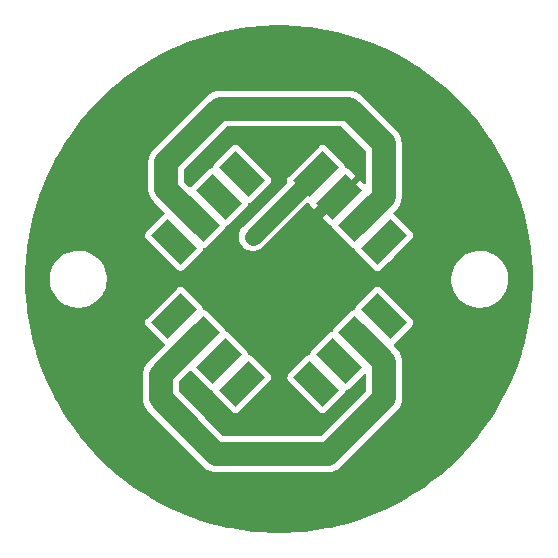
<source format=gbr>
%TF.GenerationSoftware,KiCad,Pcbnew,(6.0.4-0)*%
%TF.CreationDate,2022-06-29T22:03:18+02:00*%
%TF.ProjectId,GlowTower_LED_connector_PCB,476c6f77-546f-4776-9572-5f4c45445f63,rev?*%
%TF.SameCoordinates,Original*%
%TF.FileFunction,Copper,L2,Bot*%
%TF.FilePolarity,Positive*%
%FSLAX46Y46*%
G04 Gerber Fmt 4.6, Leading zero omitted, Abs format (unit mm)*
G04 Created by KiCad (PCBNEW (6.0.4-0)) date 2022-06-29 22:03:18*
%MOMM*%
%LPD*%
G01*
G04 APERTURE LIST*
G04 Aperture macros list*
%AMRotRect*
0 Rectangle, with rotation*
0 The origin of the aperture is its center*
0 $1 length*
0 $2 width*
0 $3 Rotation angle, in degrees counterclockwise*
0 Add horizontal line*
21,1,$1,$2,0,0,$3*%
G04 Aperture macros list end*
%TA.AperFunction,SMDPad,CuDef*%
%ADD10RotRect,2.000000X3.500000X225.000000*%
%TD*%
%TA.AperFunction,SMDPad,CuDef*%
%ADD11RotRect,2.000000X3.500000X315.000000*%
%TD*%
%TA.AperFunction,SMDPad,CuDef*%
%ADD12RotRect,2.000000X3.500000X45.000000*%
%TD*%
%TA.AperFunction,SMDPad,CuDef*%
%ADD13RotRect,2.000000X3.500000X135.000000*%
%TD*%
%TA.AperFunction,ViaPad*%
%ADD14C,0.800000*%
%TD*%
%TA.AperFunction,Conductor*%
%ADD15C,1.000000*%
%TD*%
%TA.AperFunction,Conductor*%
%ADD16C,1.400000*%
%TD*%
%TA.AperFunction,Conductor*%
%ADD17C,2.000000*%
%TD*%
G04 APERTURE END LIST*
D10*
%TO.P,U4,1,5V*%
%TO.N,unconnected-(U4-Pad1)*%
X110490880Y-75326225D03*
%TO.P,U4,2,Data*%
%TO.N,Net-(U4-Pad2)*%
X108582211Y-77234895D03*
%TO.P,U4,3,GND*%
%TO.N,unconnected-(U4-Pad3)*%
X106673542Y-79143564D03*
%TO.P,U4,4,BUTTON*%
%TO.N,unconnected-(U4-Pad4)*%
X104764871Y-81052235D03*
%TD*%
D11*
%TO.P,U1,1,5V*%
%TO.N,unconnected-(U1-Pad1)*%
X110476010Y-69026009D03*
%TO.P,U1,2,Data*%
%TO.N,Net-(U1-Pad2)*%
X108567339Y-67117338D03*
%TO.P,U1,3,GND*%
%TO.N,GND*%
X106658670Y-65208669D03*
%TO.P,U1,4,BUTTON*%
%TO.N,BUTTON*%
X104750000Y-63300000D03*
%TD*%
D12*
%TO.P,U3,1,5V*%
%TO.N,unconnected-(U3-Pad1)*%
X92732662Y-69017339D03*
%TO.P,U3,2,Data*%
%TO.N,Net-(U1-Pad2)*%
X94641331Y-67108669D03*
%TO.P,U3,3,GND*%
%TO.N,unconnected-(U3-Pad3)*%
X96550000Y-65200000D03*
%TO.P,U3,4,BUTTON*%
%TO.N,unconnected-(U3-Pad4)*%
X98458671Y-63291329D03*
%TD*%
D13*
%TO.P,U2,1,5V*%
%TO.N,unconnected-(U2-Pad1)*%
X92727765Y-75324871D03*
%TO.P,U2,2,Data*%
%TO.N,Net-(U4-Pad2)*%
X94636436Y-77233542D03*
%TO.P,U2,3,GND*%
%TO.N,unconnected-(U2-Pad3)*%
X96545105Y-79142211D03*
%TO.P,U2,4,BUTTON*%
%TO.N,unconnected-(U2-Pad4)*%
X98453775Y-81050880D03*
%TD*%
D14*
%TO.N,BUTTON*%
X99410000Y-68580000D03*
%TO.N,GND*%
X99240000Y-72350000D03*
%TD*%
D15*
%TO.N,BUTTON*%
X104350000Y-63700000D02*
X104290000Y-63700000D01*
D16*
X104290000Y-63700000D02*
X99410000Y-68580000D01*
D15*
%TO.N,GND*%
X106258670Y-65608669D02*
X105981331Y-65608669D01*
X105981331Y-65608669D02*
X99240000Y-72350000D01*
D17*
%TO.N,unconnected-(U1-Pad1)*%
X110076010Y-69426009D02*
X110076010Y-69473990D01*
%TO.N,Net-(U1-Pad2)*%
X95041331Y-67508669D02*
X92050000Y-64517338D01*
X92050000Y-62290000D02*
X96590000Y-57750000D01*
X92050000Y-64517338D02*
X92050000Y-62290000D01*
X110470000Y-60680000D02*
X110470000Y-65214677D01*
X96590000Y-57750000D02*
X107540000Y-57750000D01*
X110470000Y-65214677D02*
X108167339Y-67517338D01*
X107540000Y-57750000D02*
X110470000Y-60680000D01*
%TO.N,Net-(U4-Pad2)*%
X94150000Y-84840000D02*
X91600000Y-82290000D01*
X94150000Y-84880000D02*
X94150000Y-84840000D01*
X94150000Y-84880000D02*
X96280000Y-87010000D01*
X91600000Y-82290000D02*
X91600000Y-80269978D01*
X105760000Y-87010000D02*
X110510000Y-82260000D01*
X110510000Y-82260000D02*
X110510000Y-79162684D01*
X110510000Y-79162684D02*
X108182211Y-76834895D01*
X91600000Y-80269978D02*
X95036436Y-76833542D01*
X96280000Y-87010000D02*
X105760000Y-87010000D01*
%TD*%
%TA.AperFunction,Conductor*%
%TO.N,GND*%
G36*
X102052733Y-50701134D02*
G01*
X102946821Y-50738608D01*
X102952079Y-50738939D01*
X103184192Y-50758430D01*
X103843850Y-50813823D01*
X103849099Y-50814375D01*
X104218148Y-50860996D01*
X104736919Y-50926533D01*
X104742123Y-50927301D01*
X105624506Y-51076545D01*
X105629679Y-51077531D01*
X105986389Y-51153352D01*
X106505042Y-51263595D01*
X106510180Y-51264801D01*
X107376929Y-51487345D01*
X107382012Y-51488764D01*
X108238717Y-51747418D01*
X108243736Y-51749049D01*
X108770237Y-51932396D01*
X109088839Y-52043344D01*
X109093763Y-52045175D01*
X109576543Y-52236321D01*
X109925836Y-52374616D01*
X109930701Y-52376661D01*
X110748226Y-52740646D01*
X110753001Y-52742893D01*
X111554561Y-53140792D01*
X111559238Y-53143237D01*
X112343447Y-53574359D01*
X112348017Y-53576998D01*
X113113478Y-54040577D01*
X113117911Y-54043391D01*
X113436684Y-54255183D01*
X113863289Y-54538619D01*
X113867623Y-54541631D01*
X114591606Y-55067635D01*
X114595810Y-55070826D01*
X115297134Y-55626689D01*
X115301198Y-55630051D01*
X115978617Y-56214784D01*
X115982538Y-56218314D01*
X116016022Y-56249758D01*
X116634881Y-56830904D01*
X116638652Y-56834596D01*
X117264801Y-57473999D01*
X117268384Y-57477815D01*
X117867225Y-58142896D01*
X117870616Y-58146824D01*
X117917617Y-58203638D01*
X118441067Y-58836381D01*
X118444345Y-58840516D01*
X118985407Y-59553339D01*
X118988489Y-59557582D01*
X119494038Y-60284971D01*
X119499229Y-60292440D01*
X119502139Y-60296821D01*
X119542348Y-60360180D01*
X119981644Y-61052401D01*
X119984378Y-61056915D01*
X120431821Y-61831908D01*
X120434364Y-61836533D01*
X120848971Y-62629604D01*
X120851317Y-62634331D01*
X121232333Y-63444030D01*
X121234480Y-63448851D01*
X121581275Y-64273845D01*
X121583217Y-64278752D01*
X121698909Y-64589836D01*
X121875510Y-65064700D01*
X121895142Y-65117490D01*
X121896877Y-65122472D01*
X121903588Y-65143125D01*
X122173418Y-65973579D01*
X122174943Y-65978631D01*
X122415592Y-66840538D01*
X122416905Y-66845650D01*
X122621257Y-67716911D01*
X122622354Y-67722073D01*
X122790040Y-68601111D01*
X122790920Y-68606315D01*
X122921645Y-69491585D01*
X122922307Y-69496820D01*
X122953338Y-69792056D01*
X123015138Y-70380041D01*
X123015852Y-70386838D01*
X123016292Y-70392081D01*
X123037973Y-70736697D01*
X123072482Y-71285205D01*
X123072703Y-71290478D01*
X123091445Y-72185171D01*
X123091445Y-72190436D01*
X123083013Y-72592990D01*
X123072703Y-73085142D01*
X123072482Y-73090415D01*
X123066861Y-73179766D01*
X123033759Y-73705913D01*
X123016293Y-73983523D01*
X123015853Y-73988767D01*
X122965235Y-74470367D01*
X122922307Y-74878800D01*
X122921645Y-74884035D01*
X122790920Y-75769305D01*
X122790040Y-75774509D01*
X122622354Y-76653547D01*
X122621257Y-76658709D01*
X122416905Y-77529970D01*
X122415592Y-77535082D01*
X122174943Y-78396989D01*
X122173418Y-78402041D01*
X121896878Y-79253146D01*
X121895142Y-79258130D01*
X121583217Y-80096868D01*
X121581275Y-80101775D01*
X121234480Y-80926769D01*
X121232333Y-80931590D01*
X120851317Y-81741289D01*
X120848971Y-81746016D01*
X120434364Y-82539087D01*
X120431821Y-82543712D01*
X119984378Y-83318705D01*
X119981644Y-83323219D01*
X119863648Y-83509152D01*
X119559029Y-83989156D01*
X119502149Y-84078784D01*
X119499239Y-84083165D01*
X118988491Y-84818036D01*
X118985407Y-84822281D01*
X118531048Y-85420877D01*
X118444345Y-85535104D01*
X118441067Y-85539239D01*
X118207220Y-85821912D01*
X117870616Y-86228796D01*
X117867225Y-86232724D01*
X117268384Y-86897805D01*
X117264801Y-86901621D01*
X116638652Y-87541024D01*
X116634881Y-87544716D01*
X115982539Y-88157305D01*
X115978619Y-88160835D01*
X115564260Y-88518500D01*
X115301200Y-88745567D01*
X115297134Y-88748931D01*
X114595810Y-89304794D01*
X114591606Y-89307985D01*
X113867623Y-89833989D01*
X113863289Y-89837001D01*
X113117911Y-90332229D01*
X113113478Y-90335043D01*
X112552634Y-90674702D01*
X112348017Y-90798622D01*
X112343447Y-90801261D01*
X111559238Y-91232383D01*
X111554561Y-91234828D01*
X110753001Y-91632727D01*
X110748226Y-91634974D01*
X109930701Y-91998959D01*
X109925836Y-92001004D01*
X109093763Y-92330445D01*
X109088839Y-92332276D01*
X108770238Y-92443224D01*
X108243736Y-92626571D01*
X108238717Y-92628202D01*
X107382012Y-92886856D01*
X107376929Y-92888275D01*
X106510180Y-93110819D01*
X106505042Y-93112025D01*
X105986389Y-93222268D01*
X105629679Y-93298089D01*
X105624506Y-93299075D01*
X104742123Y-93448319D01*
X104736919Y-93449087D01*
X104218148Y-93514624D01*
X103849099Y-93561245D01*
X103843850Y-93561797D01*
X103184192Y-93617190D01*
X102952079Y-93636681D01*
X102946821Y-93637012D01*
X102160337Y-93669976D01*
X102052732Y-93674486D01*
X102047456Y-93674597D01*
X101152544Y-93674597D01*
X101147268Y-93674486D01*
X101039663Y-93669976D01*
X100253179Y-93637012D01*
X100247921Y-93636681D01*
X100015808Y-93617190D01*
X99356150Y-93561797D01*
X99350901Y-93561245D01*
X98981852Y-93514624D01*
X98463081Y-93449087D01*
X98457877Y-93448319D01*
X97575494Y-93299075D01*
X97570321Y-93298089D01*
X97213611Y-93222268D01*
X96694958Y-93112025D01*
X96689820Y-93110819D01*
X95823071Y-92888275D01*
X95817988Y-92886856D01*
X94961283Y-92628202D01*
X94956264Y-92626571D01*
X94429763Y-92443224D01*
X94111161Y-92332276D01*
X94106237Y-92330445D01*
X93274164Y-92001004D01*
X93269299Y-91998959D01*
X92451774Y-91634974D01*
X92446999Y-91632727D01*
X91645439Y-91234828D01*
X91640762Y-91232383D01*
X90856553Y-90801261D01*
X90851983Y-90798622D01*
X90647366Y-90674702D01*
X90086522Y-90335043D01*
X90082089Y-90332229D01*
X89336711Y-89837001D01*
X89332377Y-89833989D01*
X88608394Y-89307985D01*
X88604190Y-89304794D01*
X87902866Y-88748931D01*
X87898800Y-88745567D01*
X87635741Y-88518500D01*
X87221381Y-88160835D01*
X87217461Y-88157305D01*
X86565119Y-87544716D01*
X86561348Y-87541024D01*
X85935199Y-86901621D01*
X85931616Y-86897805D01*
X85332775Y-86232724D01*
X85329384Y-86228796D01*
X84992780Y-85821912D01*
X84758933Y-85539239D01*
X84755655Y-85535104D01*
X84668952Y-85420877D01*
X84214593Y-84822281D01*
X84211509Y-84818036D01*
X83700761Y-84083165D01*
X83697851Y-84078784D01*
X83640972Y-83989156D01*
X83336352Y-83509152D01*
X83218356Y-83323219D01*
X83215622Y-83318705D01*
X82768179Y-82543712D01*
X82765636Y-82539087D01*
X82351029Y-81746016D01*
X82348683Y-81741289D01*
X81967667Y-80931590D01*
X81965520Y-80926769D01*
X81700534Y-80296391D01*
X90086822Y-80296391D01*
X90088529Y-80313797D01*
X90090899Y-80337970D01*
X90091500Y-80350266D01*
X90091500Y-82265984D01*
X90091451Y-82269502D01*
X90088666Y-82369205D01*
X90096716Y-82429532D01*
X90099058Y-82447086D01*
X90099758Y-82453639D01*
X90106060Y-82531965D01*
X90113897Y-82563870D01*
X90116426Y-82577258D01*
X90120771Y-82609820D01*
X90122232Y-82614661D01*
X90122233Y-82614663D01*
X90143478Y-82685029D01*
X90145219Y-82691390D01*
X90163963Y-82767706D01*
X90165941Y-82772366D01*
X90176801Y-82797951D01*
X90181438Y-82810761D01*
X90190933Y-82842208D01*
X90193151Y-82846756D01*
X90193154Y-82846763D01*
X90225371Y-82912818D01*
X90228107Y-82918820D01*
X90258812Y-82991156D01*
X90274123Y-83015468D01*
X90276319Y-83018956D01*
X90282945Y-83030860D01*
X90297346Y-83060388D01*
X90329464Y-83105917D01*
X90342641Y-83124597D01*
X90346301Y-83130086D01*
X90358299Y-83149138D01*
X90388167Y-83196567D01*
X90391508Y-83200356D01*
X90391512Y-83200362D01*
X90409898Y-83221217D01*
X90418344Y-83231912D01*
X90437274Y-83258747D01*
X90439944Y-83261671D01*
X90449986Y-83272668D01*
X90456909Y-83280250D01*
X90496625Y-83319966D01*
X90502044Y-83325736D01*
X90545350Y-83374858D01*
X90545353Y-83374861D01*
X90548698Y-83378655D01*
X90552606Y-83381865D01*
X90552607Y-83381866D01*
X90580989Y-83405179D01*
X90590108Y-83413449D01*
X92885551Y-85708892D01*
X92903076Y-85730844D01*
X92938167Y-85786567D01*
X92941508Y-85790356D01*
X92941512Y-85790362D01*
X92959898Y-85811217D01*
X92968344Y-85821912D01*
X92987274Y-85848747D01*
X93006909Y-85870250D01*
X93046625Y-85909966D01*
X93052044Y-85915736D01*
X93095350Y-85964858D01*
X93095353Y-85964861D01*
X93098698Y-85968655D01*
X93102606Y-85971865D01*
X93102607Y-85971866D01*
X93130989Y-85995179D01*
X93140108Y-86003449D01*
X95196325Y-88059666D01*
X95198779Y-88062188D01*
X95242060Y-88107956D01*
X95267332Y-88134681D01*
X95299280Y-88159107D01*
X95329757Y-88182408D01*
X95334892Y-88186552D01*
X95394720Y-88237470D01*
X95399045Y-88240089D01*
X95399050Y-88240093D01*
X95422824Y-88254491D01*
X95434071Y-88262163D01*
X95460174Y-88282120D01*
X95521255Y-88314871D01*
X95529401Y-88319239D01*
X95535126Y-88322504D01*
X95602358Y-88363221D01*
X95632817Y-88375527D01*
X95645158Y-88381307D01*
X95674109Y-88396831D01*
X95678890Y-88398477D01*
X95678894Y-88398479D01*
X95748401Y-88422412D01*
X95754579Y-88424722D01*
X95768962Y-88430533D01*
X95827429Y-88454155D01*
X95832369Y-88455277D01*
X95832368Y-88455277D01*
X95859460Y-88461432D01*
X95872559Y-88465163D01*
X95903631Y-88475862D01*
X95981100Y-88489243D01*
X95987504Y-88490523D01*
X96064144Y-88507935D01*
X96096953Y-88509999D01*
X96110453Y-88511585D01*
X96142836Y-88517179D01*
X96146793Y-88517359D01*
X96146796Y-88517359D01*
X96170506Y-88518436D01*
X96170525Y-88518436D01*
X96171925Y-88518500D01*
X96228108Y-88518500D01*
X96236019Y-88518749D01*
X96306413Y-88523178D01*
X96347992Y-88519101D01*
X96360288Y-88518500D01*
X105735984Y-88518500D01*
X105739502Y-88518549D01*
X105834150Y-88521193D01*
X105834153Y-88521193D01*
X105839205Y-88521334D01*
X105917098Y-88510941D01*
X105923639Y-88510242D01*
X105952332Y-88507933D01*
X105996923Y-88504346D01*
X105996927Y-88504345D01*
X106001965Y-88503940D01*
X106033878Y-88496101D01*
X106047258Y-88493574D01*
X106079820Y-88489229D01*
X106084661Y-88487768D01*
X106084663Y-88487767D01*
X106155029Y-88466522D01*
X106161392Y-88464781D01*
X106175027Y-88461432D01*
X106237706Y-88446037D01*
X106267952Y-88433199D01*
X106280763Y-88428561D01*
X106307362Y-88420530D01*
X106312208Y-88419067D01*
X106316756Y-88416849D01*
X106316763Y-88416846D01*
X106382818Y-88384629D01*
X106388820Y-88381893D01*
X106438978Y-88360602D01*
X106461156Y-88351188D01*
X106488956Y-88333681D01*
X106500860Y-88327055D01*
X106530388Y-88312654D01*
X106594600Y-88267357D01*
X106600086Y-88263699D01*
X106662286Y-88224529D01*
X106662287Y-88224528D01*
X106666567Y-88221833D01*
X106670356Y-88218492D01*
X106670362Y-88218488D01*
X106691217Y-88200102D01*
X106701912Y-88191656D01*
X106715022Y-88182408D01*
X106728747Y-88172726D01*
X106750250Y-88153091D01*
X106789966Y-88113375D01*
X106795736Y-88107956D01*
X106844858Y-88064650D01*
X106844861Y-88064647D01*
X106848655Y-88061302D01*
X106851871Y-88057387D01*
X106875178Y-88029013D01*
X106883448Y-88019893D01*
X111559701Y-83343640D01*
X111562224Y-83341186D01*
X111631002Y-83276147D01*
X111634681Y-83272668D01*
X111682412Y-83210239D01*
X111686554Y-83205107D01*
X111734187Y-83149138D01*
X111734189Y-83149135D01*
X111737470Y-83145280D01*
X111740090Y-83140954D01*
X111740095Y-83140947D01*
X111754491Y-83117176D01*
X111762163Y-83105929D01*
X111782120Y-83079826D01*
X111819247Y-83010584D01*
X111822510Y-83004863D01*
X111860602Y-82941966D01*
X111860603Y-82941965D01*
X111863220Y-82937643D01*
X111875534Y-82907166D01*
X111881303Y-82894850D01*
X111896831Y-82865891D01*
X111922423Y-82791567D01*
X111924718Y-82785429D01*
X111952258Y-82717267D01*
X111952259Y-82717263D01*
X111954155Y-82712571D01*
X111961432Y-82680539D01*
X111965163Y-82667441D01*
X111975862Y-82636369D01*
X111989243Y-82558900D01*
X111990526Y-82552482D01*
X111993040Y-82541419D01*
X112007935Y-82475856D01*
X112009999Y-82443047D01*
X112011585Y-82429547D01*
X112017179Y-82397164D01*
X112018500Y-82368075D01*
X112018500Y-82311893D01*
X112018749Y-82303981D01*
X112022860Y-82238642D01*
X112023178Y-82233588D01*
X112019101Y-82192009D01*
X112018500Y-82179713D01*
X112018500Y-79186700D01*
X112018549Y-79183182D01*
X112021193Y-79088534D01*
X112021193Y-79088531D01*
X112021334Y-79083479D01*
X112010941Y-79005586D01*
X112010241Y-78999037D01*
X112004346Y-78925761D01*
X112004345Y-78925757D01*
X112003940Y-78920719D01*
X111996101Y-78888806D01*
X111993573Y-78875422D01*
X111989898Y-78847878D01*
X111989229Y-78842864D01*
X111966522Y-78767655D01*
X111964781Y-78761292D01*
X111953781Y-78716508D01*
X111946037Y-78684978D01*
X111943860Y-78679848D01*
X111940372Y-78671631D01*
X111933199Y-78654732D01*
X111928561Y-78641921D01*
X111920530Y-78615322D01*
X111919067Y-78610476D01*
X111916849Y-78605928D01*
X111916846Y-78605921D01*
X111884629Y-78539866D01*
X111881893Y-78533864D01*
X111853162Y-78466179D01*
X111851188Y-78461528D01*
X111833681Y-78433728D01*
X111827052Y-78421818D01*
X111812654Y-78392296D01*
X111767357Y-78328084D01*
X111763699Y-78322598D01*
X111724529Y-78260398D01*
X111724528Y-78260397D01*
X111721833Y-78256117D01*
X111718492Y-78252328D01*
X111718488Y-78252322D01*
X111700102Y-78231467D01*
X111691656Y-78220772D01*
X111675009Y-78197174D01*
X111672726Y-78193937D01*
X111653091Y-78172434D01*
X111613375Y-78132718D01*
X111607956Y-78126948D01*
X111564650Y-78077826D01*
X111564647Y-78077823D01*
X111561302Y-78074029D01*
X111529011Y-78047505D01*
X111519892Y-78039235D01*
X111334223Y-77853566D01*
X111300197Y-77791254D01*
X111305262Y-77720439D01*
X111342104Y-77669409D01*
X111341542Y-77668782D01*
X111344076Y-77666508D01*
X111346738Y-77664368D01*
X112829023Y-76182083D01*
X112842479Y-76165347D01*
X112863267Y-76139493D01*
X112863269Y-76139490D01*
X112868216Y-76133337D01*
X112928503Y-76000741D01*
X112929970Y-75990501D01*
X112947879Y-75865444D01*
X112949152Y-75856555D01*
X112937402Y-75774509D01*
X112929776Y-75721255D01*
X112929775Y-75721252D01*
X112928503Y-75712369D01*
X112868216Y-75579773D01*
X112863269Y-75573620D01*
X112863267Y-75573617D01*
X112831163Y-75533689D01*
X112829023Y-75531027D01*
X110286078Y-72988082D01*
X110269342Y-72974626D01*
X110243488Y-72953838D01*
X110243485Y-72953836D01*
X110237332Y-72948889D01*
X110104736Y-72888602D01*
X110095853Y-72887330D01*
X110095850Y-72887329D01*
X109969439Y-72869226D01*
X109960550Y-72867953D01*
X109951661Y-72869226D01*
X109825250Y-72887329D01*
X109825247Y-72887330D01*
X109816364Y-72888602D01*
X109683768Y-72948889D01*
X109677615Y-72953836D01*
X109677612Y-72953838D01*
X109651758Y-72974626D01*
X109635022Y-72988082D01*
X108152737Y-74470367D01*
X108150597Y-74473029D01*
X108118493Y-74512957D01*
X108118491Y-74512960D01*
X108113544Y-74519113D01*
X108053257Y-74651709D01*
X108051985Y-74660594D01*
X108051984Y-74660596D01*
X108048409Y-74685560D01*
X108018952Y-74750157D01*
X107959247Y-74788574D01*
X107941545Y-74792424D01*
X107916582Y-74795999D01*
X107916580Y-74796000D01*
X107907695Y-74797272D01*
X107775099Y-74857559D01*
X107768946Y-74862506D01*
X107768943Y-74862508D01*
X107748681Y-74878800D01*
X107726353Y-74896752D01*
X106244068Y-76379037D01*
X106241928Y-76381699D01*
X106209824Y-76421627D01*
X106209822Y-76421630D01*
X106204875Y-76427783D01*
X106144588Y-76560379D01*
X106143316Y-76569264D01*
X106143315Y-76569266D01*
X106139740Y-76594229D01*
X106110283Y-76658826D01*
X106050577Y-76697243D01*
X106032876Y-76701093D01*
X106007913Y-76704668D01*
X106007911Y-76704669D01*
X105999026Y-76705941D01*
X105866430Y-76766228D01*
X105860277Y-76771175D01*
X105860274Y-76771177D01*
X105834420Y-76791965D01*
X105817684Y-76805421D01*
X104335399Y-78287706D01*
X104333259Y-78290368D01*
X104301155Y-78330296D01*
X104301153Y-78330299D01*
X104296206Y-78336452D01*
X104235919Y-78469048D01*
X104234647Y-78477933D01*
X104231071Y-78502900D01*
X104201614Y-78567497D01*
X104141909Y-78605914D01*
X104124207Y-78609764D01*
X104090355Y-78614612D01*
X103957759Y-78674899D01*
X103951606Y-78679846D01*
X103951603Y-78679848D01*
X103945223Y-78684978D01*
X103909013Y-78714092D01*
X102426728Y-80196377D01*
X102424588Y-80199039D01*
X102392484Y-80238967D01*
X102392482Y-80238970D01*
X102387535Y-80245123D01*
X102384267Y-80252311D01*
X102345321Y-80337970D01*
X102327248Y-80377719D01*
X102306599Y-80521905D01*
X102327248Y-80666091D01*
X102387535Y-80798687D01*
X102392482Y-80804840D01*
X102392484Y-80804843D01*
X102413272Y-80830697D01*
X102426728Y-80847433D01*
X104969673Y-83390378D01*
X104972335Y-83392518D01*
X105012263Y-83424622D01*
X105012266Y-83424624D01*
X105018419Y-83429571D01*
X105151015Y-83489858D01*
X105159898Y-83491130D01*
X105159901Y-83491131D01*
X105286312Y-83509234D01*
X105295201Y-83510507D01*
X105304090Y-83509234D01*
X105430501Y-83491131D01*
X105430504Y-83491130D01*
X105439387Y-83489858D01*
X105571983Y-83429571D01*
X105578136Y-83424624D01*
X105578139Y-83424622D01*
X105618067Y-83392518D01*
X105620729Y-83390378D01*
X107103014Y-81908093D01*
X107116470Y-81891357D01*
X107137258Y-81865503D01*
X107137260Y-81865500D01*
X107142207Y-81859347D01*
X107202494Y-81726751D01*
X107207342Y-81692899D01*
X107236799Y-81628302D01*
X107296504Y-81589885D01*
X107314206Y-81586035D01*
X107348058Y-81581187D01*
X107480654Y-81520900D01*
X107486807Y-81515953D01*
X107486810Y-81515951D01*
X107526738Y-81483847D01*
X107529400Y-81481707D01*
X108786405Y-80224702D01*
X108848717Y-80190676D01*
X108919532Y-80195741D01*
X108976368Y-80238288D01*
X109001179Y-80304808D01*
X109001500Y-80313797D01*
X109001500Y-81582969D01*
X108981498Y-81651090D01*
X108964595Y-81672064D01*
X105172064Y-85464595D01*
X105109752Y-85498621D01*
X105082969Y-85501500D01*
X96957031Y-85501500D01*
X96888910Y-85481498D01*
X96867936Y-85464595D01*
X95414449Y-84011108D01*
X95396924Y-83989156D01*
X95364525Y-83937708D01*
X95361833Y-83933433D01*
X95358492Y-83929644D01*
X95358488Y-83929638D01*
X95340102Y-83908783D01*
X95331656Y-83898088D01*
X95315009Y-83874490D01*
X95312726Y-83871253D01*
X95293091Y-83849750D01*
X95253375Y-83810034D01*
X95247956Y-83804264D01*
X95204650Y-83755142D01*
X95204647Y-83755139D01*
X95201302Y-83751345D01*
X95169011Y-83724821D01*
X95159892Y-83716551D01*
X93145405Y-81702064D01*
X93111379Y-81639752D01*
X93108500Y-81612969D01*
X93108500Y-80947009D01*
X93128502Y-80878888D01*
X93145401Y-80857918D01*
X94017767Y-79985553D01*
X94080077Y-79951529D01*
X94150893Y-79956594D01*
X94201920Y-79993437D01*
X94202548Y-79992873D01*
X94204822Y-79995407D01*
X94206962Y-79998069D01*
X95689247Y-81480354D01*
X95705983Y-81493810D01*
X95731837Y-81514598D01*
X95731840Y-81514600D01*
X95737993Y-81519547D01*
X95870589Y-81579834D01*
X95879474Y-81581106D01*
X95879476Y-81581107D01*
X95904440Y-81584682D01*
X95969037Y-81614139D01*
X96007454Y-81673844D01*
X96011304Y-81691546D01*
X96012811Y-81702064D01*
X96016152Y-81725396D01*
X96076439Y-81857992D01*
X96081386Y-81864145D01*
X96081388Y-81864148D01*
X96102176Y-81890002D01*
X96115632Y-81906738D01*
X97597917Y-83389023D01*
X97600579Y-83391163D01*
X97640507Y-83423267D01*
X97640510Y-83423269D01*
X97646663Y-83428216D01*
X97779259Y-83488503D01*
X97788142Y-83489775D01*
X97788145Y-83489776D01*
X97914556Y-83507879D01*
X97923445Y-83509152D01*
X97932334Y-83507879D01*
X98058745Y-83489776D01*
X98058748Y-83489775D01*
X98067631Y-83488503D01*
X98200227Y-83428216D01*
X98206380Y-83423269D01*
X98206383Y-83423267D01*
X98246311Y-83391163D01*
X98248973Y-83389023D01*
X100791918Y-80846078D01*
X100805374Y-80829342D01*
X100826162Y-80803488D01*
X100826164Y-80803485D01*
X100831111Y-80797332D01*
X100891398Y-80664736D01*
X100912047Y-80520550D01*
X100891398Y-80376364D01*
X100831111Y-80243768D01*
X100826164Y-80237615D01*
X100826162Y-80237612D01*
X100805374Y-80211758D01*
X100791918Y-80195022D01*
X99309633Y-78712737D01*
X99275108Y-78684978D01*
X99267043Y-78678493D01*
X99267040Y-78678491D01*
X99260887Y-78673544D01*
X99128291Y-78613257D01*
X99119406Y-78611985D01*
X99119404Y-78611984D01*
X99094440Y-78608409D01*
X99029843Y-78578952D01*
X98991426Y-78519247D01*
X98987576Y-78501545D01*
X98984001Y-78476582D01*
X98984000Y-78476580D01*
X98982728Y-78467695D01*
X98922441Y-78335099D01*
X98917494Y-78328946D01*
X98917492Y-78328943D01*
X98885388Y-78289015D01*
X98883248Y-78286353D01*
X97400963Y-76804068D01*
X97384227Y-76790612D01*
X97358373Y-76769824D01*
X97358370Y-76769822D01*
X97352217Y-76764875D01*
X97219621Y-76704588D01*
X97210736Y-76703316D01*
X97210734Y-76703315D01*
X97185771Y-76699740D01*
X97121174Y-76670283D01*
X97082757Y-76610577D01*
X97078907Y-76592876D01*
X97075332Y-76567913D01*
X97075331Y-76567911D01*
X97074059Y-76559026D01*
X97013772Y-76426430D01*
X97008825Y-76420277D01*
X97008823Y-76420274D01*
X96976719Y-76380346D01*
X96974579Y-76377684D01*
X95492294Y-74895399D01*
X95471649Y-74878800D01*
X95449704Y-74861155D01*
X95449701Y-74861153D01*
X95443548Y-74856206D01*
X95310952Y-74795919D01*
X95277100Y-74791071D01*
X95212503Y-74761614D01*
X95174086Y-74701909D01*
X95170236Y-74684207D01*
X95165388Y-74650355D01*
X95105101Y-74517759D01*
X95100154Y-74511606D01*
X95100152Y-74511603D01*
X95068048Y-74471675D01*
X95065908Y-74469013D01*
X93583623Y-72986728D01*
X93566887Y-72973272D01*
X93541033Y-72952484D01*
X93541030Y-72952482D01*
X93534877Y-72947535D01*
X93402281Y-72887248D01*
X93393398Y-72885976D01*
X93393395Y-72885975D01*
X93266984Y-72867872D01*
X93258095Y-72866599D01*
X93249206Y-72867872D01*
X93122795Y-72885975D01*
X93122792Y-72885976D01*
X93113909Y-72887248D01*
X92981313Y-72947535D01*
X92975160Y-72952482D01*
X92975157Y-72952484D01*
X92949303Y-72973272D01*
X92932567Y-72986728D01*
X90389622Y-75529673D01*
X90387482Y-75532335D01*
X90355378Y-75572263D01*
X90355376Y-75572266D01*
X90350429Y-75578419D01*
X90290142Y-75711015D01*
X90288870Y-75719898D01*
X90288869Y-75719901D01*
X90281049Y-75774509D01*
X90269493Y-75855201D01*
X90290142Y-75999387D01*
X90350429Y-76131983D01*
X90355376Y-76138136D01*
X90355378Y-76138139D01*
X90356467Y-76139493D01*
X90389622Y-76180729D01*
X91871907Y-77663014D01*
X91874569Y-77665154D01*
X91877103Y-77667428D01*
X91876492Y-77668109D01*
X91914829Y-77723172D01*
X91917456Y-77794120D01*
X91884424Y-77852213D01*
X90550334Y-79186303D01*
X90547812Y-79188757D01*
X90475319Y-79257310D01*
X90472252Y-79261322D01*
X90427592Y-79319735D01*
X90423448Y-79324870D01*
X90372530Y-79384698D01*
X90369911Y-79389023D01*
X90369907Y-79389028D01*
X90355509Y-79412802D01*
X90347837Y-79424049D01*
X90327880Y-79450152D01*
X90325490Y-79454610D01*
X90325489Y-79454611D01*
X90290761Y-79519379D01*
X90287496Y-79525104D01*
X90246779Y-79592336D01*
X90244884Y-79597027D01*
X90234473Y-79622795D01*
X90228693Y-79635136D01*
X90213169Y-79664087D01*
X90211523Y-79668868D01*
X90211521Y-79668872D01*
X90187588Y-79738379D01*
X90185278Y-79744557D01*
X90155845Y-79817407D01*
X90154723Y-79822346D01*
X90148568Y-79849438D01*
X90144837Y-79862537D01*
X90134138Y-79893609D01*
X90120757Y-79971078D01*
X90119477Y-79977482D01*
X90102065Y-80054122D01*
X90100001Y-80086931D01*
X90098415Y-80100431D01*
X90092821Y-80132814D01*
X90091500Y-80161903D01*
X90091500Y-80218086D01*
X90091251Y-80225997D01*
X90086822Y-80296391D01*
X81700534Y-80296391D01*
X81618725Y-80101775D01*
X81616783Y-80096868D01*
X81304858Y-79258130D01*
X81303122Y-79253146D01*
X81026582Y-78402041D01*
X81025057Y-78396989D01*
X80784408Y-77535082D01*
X80783095Y-77529970D01*
X80578743Y-76658709D01*
X80577646Y-76653547D01*
X80409960Y-75774509D01*
X80409080Y-75769305D01*
X80278355Y-74884035D01*
X80277693Y-74878800D01*
X80234765Y-74470367D01*
X80184147Y-73988767D01*
X80183707Y-73983523D01*
X80166242Y-73705913D01*
X80133139Y-73179766D01*
X80127518Y-73090415D01*
X80127297Y-73085142D01*
X80116987Y-72592990D01*
X80108555Y-72190436D01*
X80108555Y-72185171D01*
X80110564Y-72089285D01*
X82198628Y-72089285D01*
X82198715Y-72093286D01*
X82198715Y-72093293D01*
X82203038Y-72291415D01*
X82205331Y-72396500D01*
X82251017Y-72700374D01*
X82252112Y-72704232D01*
X82252113Y-72704235D01*
X82332701Y-72988082D01*
X82334943Y-72995979D01*
X82455751Y-73278524D01*
X82611480Y-73543429D01*
X82799608Y-73786399D01*
X83017083Y-74003495D01*
X83260381Y-74191198D01*
X83263860Y-74193235D01*
X83444225Y-74298843D01*
X83525557Y-74346465D01*
X83529242Y-74348033D01*
X83529246Y-74348035D01*
X83666935Y-74406622D01*
X83808313Y-74466779D01*
X84104064Y-74550190D01*
X84325530Y-74583091D01*
X84404718Y-74594855D01*
X84404720Y-74594855D01*
X84408017Y-74595345D01*
X84411348Y-74595485D01*
X84411352Y-74595485D01*
X84448305Y-74597033D01*
X84491647Y-74598850D01*
X84687710Y-74598850D01*
X84811614Y-74590946D01*
X84912627Y-74584503D01*
X84912632Y-74584502D01*
X84916635Y-74584247D01*
X84920572Y-74583485D01*
X84920574Y-74583485D01*
X84976165Y-74572729D01*
X85218329Y-74525876D01*
X85222144Y-74524618D01*
X85222148Y-74524617D01*
X85506338Y-74430906D01*
X85506343Y-74430904D01*
X85510161Y-74429645D01*
X85787399Y-74297112D01*
X85790764Y-74294939D01*
X85790768Y-74294937D01*
X86042184Y-74132600D01*
X86042190Y-74132595D01*
X86045550Y-74130426D01*
X86280429Y-73932289D01*
X86488228Y-73705913D01*
X86665578Y-73454969D01*
X86809604Y-73183523D01*
X86844694Y-73090415D01*
X86916555Y-72899738D01*
X86916557Y-72899732D01*
X86917972Y-72895977D01*
X86988925Y-72596992D01*
X87021312Y-72291415D01*
X87019052Y-72187810D01*
X87016902Y-72089285D01*
X116198628Y-72089285D01*
X116198715Y-72093286D01*
X116198715Y-72093293D01*
X116203038Y-72291415D01*
X116205331Y-72396500D01*
X116251017Y-72700374D01*
X116252112Y-72704232D01*
X116252113Y-72704235D01*
X116332701Y-72988082D01*
X116334943Y-72995979D01*
X116455751Y-73278524D01*
X116611480Y-73543429D01*
X116799608Y-73786399D01*
X117017083Y-74003495D01*
X117260381Y-74191198D01*
X117263860Y-74193235D01*
X117444225Y-74298843D01*
X117525557Y-74346465D01*
X117529242Y-74348033D01*
X117529246Y-74348035D01*
X117666935Y-74406622D01*
X117808313Y-74466779D01*
X118104064Y-74550190D01*
X118325530Y-74583091D01*
X118404718Y-74594855D01*
X118404720Y-74594855D01*
X118408017Y-74595345D01*
X118411348Y-74595485D01*
X118411352Y-74595485D01*
X118448305Y-74597033D01*
X118491647Y-74598850D01*
X118687710Y-74598850D01*
X118811614Y-74590946D01*
X118912627Y-74584503D01*
X118912632Y-74584502D01*
X118916635Y-74584247D01*
X118920572Y-74583485D01*
X118920574Y-74583485D01*
X118976165Y-74572729D01*
X119218329Y-74525876D01*
X119222144Y-74524618D01*
X119222148Y-74524617D01*
X119506338Y-74430906D01*
X119506343Y-74430904D01*
X119510161Y-74429645D01*
X119787399Y-74297112D01*
X119790764Y-74294939D01*
X119790768Y-74294937D01*
X120042184Y-74132600D01*
X120042190Y-74132595D01*
X120045550Y-74130426D01*
X120280429Y-73932289D01*
X120488228Y-73705913D01*
X120665578Y-73454969D01*
X120809604Y-73183523D01*
X120844694Y-73090415D01*
X120916555Y-72899738D01*
X120916557Y-72899732D01*
X120917972Y-72895977D01*
X120988925Y-72596992D01*
X121021312Y-72291415D01*
X121019052Y-72187810D01*
X121014697Y-71988216D01*
X121014696Y-71988210D01*
X121014609Y-71984200D01*
X120968923Y-71680326D01*
X120910441Y-71474338D01*
X120886091Y-71388574D01*
X120886091Y-71388573D01*
X120884997Y-71384721D01*
X120764189Y-71102176D01*
X120608460Y-70837271D01*
X120420332Y-70594301D01*
X120202857Y-70377205D01*
X120107884Y-70303934D01*
X119962752Y-70191965D01*
X119962748Y-70191962D01*
X119959559Y-70189502D01*
X119778672Y-70083588D01*
X119697847Y-70036263D01*
X119697844Y-70036261D01*
X119694383Y-70034235D01*
X119690698Y-70032667D01*
X119690694Y-70032665D01*
X119495934Y-69949794D01*
X119411627Y-69913921D01*
X119115876Y-69830510D01*
X118857030Y-69792056D01*
X118815222Y-69785845D01*
X118815220Y-69785845D01*
X118811923Y-69785355D01*
X118808592Y-69785215D01*
X118808588Y-69785215D01*
X118771635Y-69783667D01*
X118728293Y-69781850D01*
X118532230Y-69781850D01*
X118408326Y-69789754D01*
X118307313Y-69796197D01*
X118307308Y-69796198D01*
X118303305Y-69796453D01*
X118299368Y-69797215D01*
X118299366Y-69797215D01*
X118243775Y-69807971D01*
X118001611Y-69854824D01*
X117997796Y-69856082D01*
X117997792Y-69856083D01*
X117713602Y-69949794D01*
X117713597Y-69949796D01*
X117709779Y-69951055D01*
X117432541Y-70083588D01*
X117429176Y-70085761D01*
X117429172Y-70085763D01*
X117177756Y-70248100D01*
X117177750Y-70248105D01*
X117174390Y-70250274D01*
X116939511Y-70448411D01*
X116936795Y-70451370D01*
X116751302Y-70653446D01*
X116731712Y-70674787D01*
X116554362Y-70925731D01*
X116410336Y-71197177D01*
X116408921Y-71200933D01*
X116408920Y-71200934D01*
X116305882Y-71474338D01*
X116301968Y-71484723D01*
X116231015Y-71783708D01*
X116198628Y-72089285D01*
X87016902Y-72089285D01*
X87014697Y-71988216D01*
X87014696Y-71988210D01*
X87014609Y-71984200D01*
X86968923Y-71680326D01*
X86910441Y-71474338D01*
X86886091Y-71388574D01*
X86886091Y-71388573D01*
X86884997Y-71384721D01*
X86764189Y-71102176D01*
X86608460Y-70837271D01*
X86420332Y-70594301D01*
X86202857Y-70377205D01*
X86107884Y-70303934D01*
X85962752Y-70191965D01*
X85962748Y-70191962D01*
X85959559Y-70189502D01*
X85778672Y-70083588D01*
X85697847Y-70036263D01*
X85697844Y-70036261D01*
X85694383Y-70034235D01*
X85690698Y-70032667D01*
X85690694Y-70032665D01*
X85495934Y-69949794D01*
X85411627Y-69913921D01*
X85115876Y-69830510D01*
X84857030Y-69792056D01*
X84815222Y-69785845D01*
X84815220Y-69785845D01*
X84811923Y-69785355D01*
X84808592Y-69785215D01*
X84808588Y-69785215D01*
X84771635Y-69783667D01*
X84728293Y-69781850D01*
X84532230Y-69781850D01*
X84408326Y-69789754D01*
X84307313Y-69796197D01*
X84307308Y-69796198D01*
X84303305Y-69796453D01*
X84299368Y-69797215D01*
X84299366Y-69797215D01*
X84243775Y-69807971D01*
X84001611Y-69854824D01*
X83997796Y-69856082D01*
X83997792Y-69856083D01*
X83713602Y-69949794D01*
X83713597Y-69949796D01*
X83709779Y-69951055D01*
X83432541Y-70083588D01*
X83429176Y-70085761D01*
X83429172Y-70085763D01*
X83177756Y-70248100D01*
X83177750Y-70248105D01*
X83174390Y-70250274D01*
X82939511Y-70448411D01*
X82936795Y-70451370D01*
X82751302Y-70653446D01*
X82731712Y-70674787D01*
X82554362Y-70925731D01*
X82410336Y-71197177D01*
X82408921Y-71200933D01*
X82408920Y-71200934D01*
X82305882Y-71474338D01*
X82301968Y-71484723D01*
X82231015Y-71783708D01*
X82198628Y-72089285D01*
X80110564Y-72089285D01*
X80127297Y-71290478D01*
X80127518Y-71285205D01*
X80162027Y-70736697D01*
X80183708Y-70392081D01*
X80184148Y-70386838D01*
X80184863Y-70380041D01*
X80246662Y-69792056D01*
X80277693Y-69496820D01*
X80278355Y-69491585D01*
X80409080Y-68606315D01*
X80409960Y-68601111D01*
X80431726Y-68487009D01*
X90274390Y-68487009D01*
X90275663Y-68495898D01*
X90290731Y-68601111D01*
X90295039Y-68631195D01*
X90355326Y-68763791D01*
X90360273Y-68769944D01*
X90360275Y-68769947D01*
X90367246Y-68778617D01*
X90394519Y-68812537D01*
X92937464Y-71355482D01*
X92948247Y-71364152D01*
X92980054Y-71389726D01*
X92980057Y-71389728D01*
X92986210Y-71394675D01*
X93118806Y-71454962D01*
X93127689Y-71456234D01*
X93127692Y-71456235D01*
X93254103Y-71474338D01*
X93262992Y-71475611D01*
X93271881Y-71474338D01*
X93398292Y-71456235D01*
X93398295Y-71456234D01*
X93407178Y-71454962D01*
X93539774Y-71394675D01*
X93545927Y-71389728D01*
X93545930Y-71389726D01*
X93577737Y-71364152D01*
X93588520Y-71355482D01*
X95070805Y-69873197D01*
X95098078Y-69839277D01*
X95105049Y-69830607D01*
X95105051Y-69830604D01*
X95109998Y-69824451D01*
X95170285Y-69691855D01*
X95173892Y-69666673D01*
X95175133Y-69658004D01*
X95204590Y-69593407D01*
X95264295Y-69554990D01*
X95281997Y-69551140D01*
X95306960Y-69547565D01*
X95306962Y-69547564D01*
X95315847Y-69546292D01*
X95448443Y-69486005D01*
X95454596Y-69481058D01*
X95454599Y-69481056D01*
X95494527Y-69448952D01*
X95497189Y-69446812D01*
X96452867Y-68491134D01*
X98199874Y-68491134D01*
X98203262Y-68706833D01*
X98204342Y-68712338D01*
X98213027Y-68756603D01*
X98244794Y-68918523D01*
X98323157Y-69119514D01*
X98435873Y-69303450D01*
X98439608Y-69307642D01*
X98439611Y-69307646D01*
X98565511Y-69448952D01*
X98579381Y-69464519D01*
X98749143Y-69597631D01*
X98754106Y-69600259D01*
X98754108Y-69600260D01*
X98934832Y-69695947D01*
X98939794Y-69698574D01*
X99145308Y-69764163D01*
X99150865Y-69764895D01*
X99150867Y-69764895D01*
X99252249Y-69778242D01*
X99359189Y-69792320D01*
X99364788Y-69792056D01*
X99364790Y-69792056D01*
X99451730Y-69787956D01*
X99574675Y-69782158D01*
X99784957Y-69733998D01*
X99790118Y-69731797D01*
X99790123Y-69731795D01*
X99978219Y-69651564D01*
X99978220Y-69651564D01*
X99983386Y-69649360D01*
X99988073Y-69646281D01*
X99988079Y-69646278D01*
X100125159Y-69556233D01*
X100163692Y-69530922D01*
X100167130Y-69527859D01*
X100167135Y-69527855D01*
X100203272Y-69495657D01*
X100204629Y-69494448D01*
X103935484Y-65763593D01*
X103997796Y-65729567D01*
X104059942Y-65731752D01*
X104067310Y-65733906D01*
X104075484Y-65737623D01*
X104084373Y-65738896D01*
X104109851Y-65742545D01*
X104174448Y-65772002D01*
X104212865Y-65831707D01*
X104216715Y-65849409D01*
X104220260Y-65874159D01*
X104225246Y-65891213D01*
X104278492Y-66008322D01*
X104286709Y-66021666D01*
X104318778Y-66061551D01*
X104323317Y-66066610D01*
X104869610Y-66612902D01*
X104883548Y-66620513D01*
X104885384Y-66620381D01*
X104891996Y-66616132D01*
X106658670Y-64849459D01*
X108062901Y-63445227D01*
X108070513Y-63431286D01*
X108070382Y-63429451D01*
X108066131Y-63422837D01*
X107516626Y-62873332D01*
X107511544Y-62868771D01*
X107471670Y-62836711D01*
X107458317Y-62828488D01*
X107341214Y-62775245D01*
X107324160Y-62770259D01*
X107299409Y-62766714D01*
X107234812Y-62737257D01*
X107196396Y-62677552D01*
X107192544Y-62659848D01*
X107188895Y-62634366D01*
X107187623Y-62625484D01*
X107179967Y-62608644D01*
X107130604Y-62500076D01*
X107127336Y-62492888D01*
X107122389Y-62486735D01*
X107122387Y-62486732D01*
X107090283Y-62446804D01*
X107088143Y-62444142D01*
X105605858Y-60961857D01*
X105589122Y-60948401D01*
X105563268Y-60927613D01*
X105563265Y-60927611D01*
X105557112Y-60922664D01*
X105424516Y-60862377D01*
X105415633Y-60861105D01*
X105415630Y-60861104D01*
X105289219Y-60843001D01*
X105280330Y-60841728D01*
X105271441Y-60843001D01*
X105145030Y-60861104D01*
X105145027Y-60861105D01*
X105136144Y-60862377D01*
X105003548Y-60922664D01*
X104997395Y-60927611D01*
X104997392Y-60927613D01*
X104971538Y-60948401D01*
X104954802Y-60961857D01*
X102411857Y-63504802D01*
X102409717Y-63507464D01*
X102377613Y-63547392D01*
X102377611Y-63547395D01*
X102372664Y-63553548D01*
X102369396Y-63560736D01*
X102320034Y-63669304D01*
X102312377Y-63686144D01*
X102291728Y-63830330D01*
X102302695Y-63906907D01*
X102292551Y-63977172D01*
X102267062Y-64013861D01*
X98516758Y-67764165D01*
X98413630Y-67887505D01*
X98306747Y-68074891D01*
X98304878Y-68080168D01*
X98304876Y-68080173D01*
X98253206Y-68226085D01*
X98234736Y-68278244D01*
X98199874Y-68491134D01*
X96452867Y-68491134D01*
X96979474Y-67964527D01*
X96992930Y-67947791D01*
X97013718Y-67921937D01*
X97013720Y-67921934D01*
X97018667Y-67915781D01*
X97071298Y-67800023D01*
X97075239Y-67791356D01*
X97075239Y-67791355D01*
X97078954Y-67783185D01*
X97081371Y-67766312D01*
X97083802Y-67749335D01*
X97113259Y-67684738D01*
X97172965Y-67646321D01*
X97190666Y-67642471D01*
X97215629Y-67638896D01*
X97215631Y-67638895D01*
X97224516Y-67637623D01*
X97357112Y-67577336D01*
X97363265Y-67572389D01*
X97363268Y-67572387D01*
X97403196Y-67540283D01*
X97405858Y-67538143D01*
X98888143Y-66055858D01*
X98908895Y-66030048D01*
X98922387Y-66013268D01*
X98922389Y-66013265D01*
X98927336Y-66007112D01*
X98979528Y-65892320D01*
X98983909Y-65882685D01*
X98983909Y-65882684D01*
X98987623Y-65874516D01*
X98992471Y-65840664D01*
X99021928Y-65776067D01*
X99081633Y-65737650D01*
X99099335Y-65733800D01*
X99133187Y-65728952D01*
X99265783Y-65668665D01*
X99271936Y-65663718D01*
X99271939Y-65663716D01*
X99300456Y-65640787D01*
X99314529Y-65629472D01*
X100796814Y-64147187D01*
X100827326Y-64109238D01*
X100831058Y-64104597D01*
X100831060Y-64104594D01*
X100836007Y-64098441D01*
X100896294Y-63965845D01*
X100916943Y-63821659D01*
X100915670Y-63812770D01*
X100897567Y-63686359D01*
X100897566Y-63686356D01*
X100896294Y-63677473D01*
X100836007Y-63544877D01*
X100831060Y-63538724D01*
X100831058Y-63538721D01*
X100798954Y-63498793D01*
X100796814Y-63496131D01*
X98253869Y-60953186D01*
X98222063Y-60927613D01*
X98211279Y-60918942D01*
X98211276Y-60918940D01*
X98205123Y-60913993D01*
X98091598Y-60862377D01*
X98080696Y-60857420D01*
X98080695Y-60857420D01*
X98072527Y-60853706D01*
X98063644Y-60852434D01*
X98063641Y-60852433D01*
X97937230Y-60834330D01*
X97928341Y-60833057D01*
X97919452Y-60834330D01*
X97793041Y-60852433D01*
X97793038Y-60852434D01*
X97784155Y-60853706D01*
X97775987Y-60857420D01*
X97775986Y-60857420D01*
X97765084Y-60862377D01*
X97651559Y-60913993D01*
X97645406Y-60918940D01*
X97645403Y-60918942D01*
X97634619Y-60927613D01*
X97602813Y-60953186D01*
X96120528Y-62435471D01*
X96118388Y-62438133D01*
X96086284Y-62478061D01*
X96086282Y-62478064D01*
X96081335Y-62484217D01*
X96021048Y-62616813D01*
X96018534Y-62634366D01*
X96016200Y-62650665D01*
X95986743Y-62715262D01*
X95927038Y-62753679D01*
X95909336Y-62757529D01*
X95875484Y-62762377D01*
X95867316Y-62766091D01*
X95867315Y-62766091D01*
X95858148Y-62770259D01*
X95742888Y-62822664D01*
X95736735Y-62827611D01*
X95736732Y-62827613D01*
X95735644Y-62828488D01*
X95694142Y-62861857D01*
X94211857Y-64344142D01*
X94209717Y-64346804D01*
X94207443Y-64349338D01*
X94206769Y-64348734D01*
X94151657Y-64387076D01*
X94080708Y-64389676D01*
X94022659Y-64356656D01*
X93595405Y-63929402D01*
X93561379Y-63867090D01*
X93558500Y-63840307D01*
X93558500Y-62967031D01*
X93578502Y-62898910D01*
X93595405Y-62877936D01*
X97177936Y-59295405D01*
X97240248Y-59261379D01*
X97267031Y-59258500D01*
X106862969Y-59258500D01*
X106931090Y-59278502D01*
X106952064Y-59295405D01*
X108924595Y-61267936D01*
X108958621Y-61330248D01*
X108961500Y-61357031D01*
X108961500Y-64014014D01*
X108941498Y-64082135D01*
X108887842Y-64128628D01*
X108817568Y-64138732D01*
X108752988Y-64109238D01*
X108746405Y-64103110D01*
X108447730Y-63804436D01*
X108433792Y-63796825D01*
X108431956Y-63796957D01*
X108425344Y-63801206D01*
X106658670Y-65567879D01*
X105254439Y-66972111D01*
X105246827Y-66986052D01*
X105246958Y-66987887D01*
X105251209Y-66994501D01*
X105800714Y-67544006D01*
X105805796Y-67548567D01*
X105845670Y-67580627D01*
X105859023Y-67588850D01*
X105976126Y-67642093D01*
X105993180Y-67647079D01*
X106017930Y-67650624D01*
X106082527Y-67680081D01*
X106120944Y-67739786D01*
X106124794Y-67757486D01*
X106129716Y-67791854D01*
X106190003Y-67924450D01*
X106194950Y-67930603D01*
X106194952Y-67930606D01*
X106215740Y-67956460D01*
X106229196Y-67973196D01*
X107711481Y-69455481D01*
X107714143Y-69457621D01*
X107754071Y-69489725D01*
X107754074Y-69489727D01*
X107760227Y-69494674D01*
X107892823Y-69554961D01*
X107926675Y-69559809D01*
X107991272Y-69589266D01*
X108029689Y-69648971D01*
X108033539Y-69666673D01*
X108038387Y-69700525D01*
X108098674Y-69833121D01*
X108103621Y-69839274D01*
X108103623Y-69839277D01*
X108115510Y-69854061D01*
X108137867Y-69881867D01*
X109620152Y-71364152D01*
X109622814Y-71366292D01*
X109662742Y-71398396D01*
X109662745Y-71398398D01*
X109668898Y-71403345D01*
X109801494Y-71463632D01*
X109810377Y-71464904D01*
X109810380Y-71464905D01*
X109936791Y-71483008D01*
X109945680Y-71484281D01*
X109954569Y-71483008D01*
X110080980Y-71464905D01*
X110080983Y-71464904D01*
X110089866Y-71463632D01*
X110222462Y-71403345D01*
X110228615Y-71398398D01*
X110228618Y-71398396D01*
X110268546Y-71366292D01*
X110271208Y-71364152D01*
X110883546Y-70751814D01*
X110901818Y-70736697D01*
X110934278Y-70714637D01*
X111024317Y-70653446D01*
X111200691Y-70486658D01*
X111231913Y-70445822D01*
X111345056Y-70297837D01*
X111345058Y-70297835D01*
X111348130Y-70293816D01*
X111350521Y-70289357D01*
X111351418Y-70287965D01*
X111368233Y-70267127D01*
X112814153Y-68821207D01*
X112827609Y-68804471D01*
X112848397Y-68778617D01*
X112848399Y-68778614D01*
X112853346Y-68772461D01*
X112913633Y-68639865D01*
X112916148Y-68622309D01*
X112933009Y-68504568D01*
X112934282Y-68495679D01*
X112913633Y-68351493D01*
X112853346Y-68218897D01*
X112848399Y-68212744D01*
X112848397Y-68212741D01*
X112816293Y-68172813D01*
X112814153Y-68170151D01*
X111331868Y-66687866D01*
X111329206Y-66685726D01*
X111326672Y-66683452D01*
X111327279Y-66682776D01*
X111288939Y-66627684D01*
X111286327Y-66556735D01*
X111319352Y-66498666D01*
X111519702Y-66298317D01*
X111522224Y-66295864D01*
X111591005Y-66230821D01*
X111594681Y-66227345D01*
X111642412Y-66164916D01*
X111646554Y-66159784D01*
X111694187Y-66103815D01*
X111694189Y-66103812D01*
X111697470Y-66099957D01*
X111700090Y-66095631D01*
X111700095Y-66095624D01*
X111714491Y-66071853D01*
X111722163Y-66060606D01*
X111742120Y-66034503D01*
X111779247Y-65965261D01*
X111782510Y-65959540D01*
X111820602Y-65896643D01*
X111820603Y-65896642D01*
X111823220Y-65892320D01*
X111835534Y-65861843D01*
X111841303Y-65849527D01*
X111856831Y-65820568D01*
X111882423Y-65746244D01*
X111884718Y-65740106D01*
X111885711Y-65737650D01*
X111897782Y-65707771D01*
X111912258Y-65671944D01*
X111912259Y-65671940D01*
X111914155Y-65667248D01*
X111921432Y-65635216D01*
X111925163Y-65622118D01*
X111935862Y-65591046D01*
X111949243Y-65513577D01*
X111950526Y-65507159D01*
X111956050Y-65482848D01*
X111967935Y-65430533D01*
X111969999Y-65397724D01*
X111971585Y-65384224D01*
X111977179Y-65351841D01*
X111978500Y-65322752D01*
X111978500Y-65266570D01*
X111978749Y-65258658D01*
X111982860Y-65193319D01*
X111983178Y-65188265D01*
X111979101Y-65146686D01*
X111978500Y-65134390D01*
X111978500Y-60704016D01*
X111978549Y-60700498D01*
X111981193Y-60605850D01*
X111981193Y-60605847D01*
X111981334Y-60600795D01*
X111970941Y-60522902D01*
X111970241Y-60516353D01*
X111964346Y-60443077D01*
X111964345Y-60443073D01*
X111963940Y-60438035D01*
X111956101Y-60406122D01*
X111953573Y-60392738D01*
X111949898Y-60365194D01*
X111949229Y-60360180D01*
X111926522Y-60284971D01*
X111924781Y-60278608D01*
X111907244Y-60207209D01*
X111906037Y-60202294D01*
X111893199Y-60172048D01*
X111888561Y-60159237D01*
X111880530Y-60132638D01*
X111879067Y-60127792D01*
X111876849Y-60123244D01*
X111876846Y-60123237D01*
X111844629Y-60057182D01*
X111841893Y-60051180D01*
X111813162Y-59983495D01*
X111811188Y-59978844D01*
X111793681Y-59951044D01*
X111787052Y-59939134D01*
X111772654Y-59909612D01*
X111727357Y-59845400D01*
X111723699Y-59839914D01*
X111684529Y-59777714D01*
X111684528Y-59777713D01*
X111681833Y-59773433D01*
X111678492Y-59769644D01*
X111678488Y-59769638D01*
X111660102Y-59748783D01*
X111651656Y-59738088D01*
X111635009Y-59714490D01*
X111632726Y-59711253D01*
X111613091Y-59689750D01*
X111573375Y-59650034D01*
X111567956Y-59644264D01*
X111524650Y-59595142D01*
X111524647Y-59595139D01*
X111521302Y-59591345D01*
X111489011Y-59564821D01*
X111479892Y-59556551D01*
X108623675Y-56700334D01*
X108621221Y-56697812D01*
X108556138Y-56628988D01*
X108556135Y-56628986D01*
X108552668Y-56625319D01*
X108490239Y-56577589D01*
X108485108Y-56573448D01*
X108429133Y-56525809D01*
X108429132Y-56525808D01*
X108425280Y-56522530D01*
X108420955Y-56519911D01*
X108420950Y-56519907D01*
X108397176Y-56505509D01*
X108385929Y-56497837D01*
X108359826Y-56477880D01*
X108290592Y-56440757D01*
X108284868Y-56437493D01*
X108266413Y-56426316D01*
X108217642Y-56396779D01*
X108187181Y-56384472D01*
X108174841Y-56378692D01*
X108150350Y-56365560D01*
X108150351Y-56365560D01*
X108145891Y-56363169D01*
X108141110Y-56361523D01*
X108141106Y-56361521D01*
X108071599Y-56337588D01*
X108065421Y-56335278D01*
X107997266Y-56307742D01*
X107997267Y-56307742D01*
X107992571Y-56305845D01*
X107960539Y-56298568D01*
X107947441Y-56294837D01*
X107916369Y-56284138D01*
X107838900Y-56270757D01*
X107832496Y-56269477D01*
X107755856Y-56252065D01*
X107723047Y-56250001D01*
X107709547Y-56248415D01*
X107677164Y-56242821D01*
X107673207Y-56242641D01*
X107673204Y-56242641D01*
X107649494Y-56241564D01*
X107649475Y-56241564D01*
X107648075Y-56241500D01*
X107591892Y-56241500D01*
X107583980Y-56241251D01*
X107578386Y-56240899D01*
X107513587Y-56236822D01*
X107474545Y-56240650D01*
X107472008Y-56240899D01*
X107459712Y-56241500D01*
X96614016Y-56241500D01*
X96610498Y-56241451D01*
X96515851Y-56238807D01*
X96515848Y-56238807D01*
X96510795Y-56238666D01*
X96505782Y-56239335D01*
X96505779Y-56239335D01*
X96432911Y-56249057D01*
X96426354Y-56249758D01*
X96353080Y-56255654D01*
X96353079Y-56255654D01*
X96348035Y-56256060D01*
X96343124Y-56257266D01*
X96343119Y-56257267D01*
X96316139Y-56263894D01*
X96302750Y-56266424D01*
X96290315Y-56268083D01*
X96270180Y-56270770D01*
X96194949Y-56293484D01*
X96188604Y-56295220D01*
X96112294Y-56313963D01*
X96107642Y-56315938D01*
X96107638Y-56315939D01*
X96082052Y-56326800D01*
X96069239Y-56331438D01*
X96037792Y-56340932D01*
X95967138Y-56375392D01*
X95961204Y-56378097D01*
X95888844Y-56408812D01*
X95884564Y-56411507D01*
X95884553Y-56411513D01*
X95861047Y-56426316D01*
X95849140Y-56432944D01*
X95839814Y-56437493D01*
X95819612Y-56447346D01*
X95815483Y-56450259D01*
X95755403Y-56492641D01*
X95749914Y-56496301D01*
X95712429Y-56519907D01*
X95683433Y-56538167D01*
X95679644Y-56541508D01*
X95679638Y-56541512D01*
X95658783Y-56559898D01*
X95648088Y-56568344D01*
X95621253Y-56587274D01*
X95599750Y-56606909D01*
X95560034Y-56646625D01*
X95554264Y-56652044D01*
X95505142Y-56695350D01*
X95505139Y-56695353D01*
X95501345Y-56698698D01*
X95498135Y-56702606D01*
X95498134Y-56702607D01*
X95474821Y-56730989D01*
X95466551Y-56740108D01*
X91000334Y-61206325D01*
X90997812Y-61208779D01*
X90925319Y-61277332D01*
X90922252Y-61281344D01*
X90877592Y-61339757D01*
X90873448Y-61344892D01*
X90822530Y-61404720D01*
X90819911Y-61409045D01*
X90819907Y-61409050D01*
X90805509Y-61432824D01*
X90797837Y-61444071D01*
X90777880Y-61470174D01*
X90775490Y-61474632D01*
X90775489Y-61474633D01*
X90740761Y-61539401D01*
X90737496Y-61545126D01*
X90696779Y-61612358D01*
X90694884Y-61617049D01*
X90684473Y-61642817D01*
X90678693Y-61655158D01*
X90663169Y-61684109D01*
X90661523Y-61688890D01*
X90661521Y-61688894D01*
X90637588Y-61758401D01*
X90635278Y-61764579D01*
X90605845Y-61837429D01*
X90604723Y-61842368D01*
X90598568Y-61869460D01*
X90594837Y-61882559D01*
X90584138Y-61913631D01*
X90570757Y-61991100D01*
X90569477Y-61997504D01*
X90552065Y-62074144D01*
X90550001Y-62106953D01*
X90548415Y-62120453D01*
X90542821Y-62152836D01*
X90541500Y-62181925D01*
X90541500Y-62238108D01*
X90541251Y-62246019D01*
X90536822Y-62316413D01*
X90537316Y-62321448D01*
X90540899Y-62357992D01*
X90541500Y-62370288D01*
X90541500Y-64493322D01*
X90541451Y-64496840D01*
X90538666Y-64596543D01*
X90539335Y-64601557D01*
X90549058Y-64674424D01*
X90549758Y-64680977D01*
X90556060Y-64759303D01*
X90563897Y-64791208D01*
X90566426Y-64804596D01*
X90570771Y-64837158D01*
X90572232Y-64841999D01*
X90572233Y-64842001D01*
X90593478Y-64912367D01*
X90595219Y-64918728D01*
X90613963Y-64995044D01*
X90615941Y-64999704D01*
X90626801Y-65025289D01*
X90631438Y-65038099D01*
X90640933Y-65069546D01*
X90643151Y-65074094D01*
X90643154Y-65074101D01*
X90675371Y-65140156D01*
X90678107Y-65146158D01*
X90693843Y-65183230D01*
X90708812Y-65218494D01*
X90711504Y-65222768D01*
X90726319Y-65246294D01*
X90732945Y-65258198D01*
X90747346Y-65287726D01*
X90750265Y-65291863D01*
X90750265Y-65291864D01*
X90792641Y-65351935D01*
X90796301Y-65357424D01*
X90835471Y-65419624D01*
X90838167Y-65423905D01*
X90841508Y-65427694D01*
X90841512Y-65427700D01*
X90859898Y-65448555D01*
X90868344Y-65459250D01*
X90887274Y-65486085D01*
X90906909Y-65507588D01*
X90946625Y-65547304D01*
X90952044Y-65553074D01*
X90995350Y-65602196D01*
X90995353Y-65602199D01*
X90998698Y-65605993D01*
X91002606Y-65609203D01*
X91002607Y-65609204D01*
X91030989Y-65632517D01*
X91040108Y-65640787D01*
X91889319Y-66489998D01*
X91923345Y-66552310D01*
X91918280Y-66623125D01*
X91881438Y-66674155D01*
X91882000Y-66674782D01*
X91879466Y-66677056D01*
X91876804Y-66679196D01*
X90394519Y-68161481D01*
X90392379Y-68164143D01*
X90360275Y-68204071D01*
X90360273Y-68204074D01*
X90355326Y-68210227D01*
X90352058Y-68217415D01*
X90321883Y-68283783D01*
X90295039Y-68342823D01*
X90293767Y-68351706D01*
X90293766Y-68351709D01*
X90282086Y-68433272D01*
X90274390Y-68487009D01*
X80431726Y-68487009D01*
X80577646Y-67722073D01*
X80578743Y-67716911D01*
X80783095Y-66845650D01*
X80784408Y-66840538D01*
X81025057Y-65978631D01*
X81026582Y-65973579D01*
X81296412Y-65143125D01*
X81303123Y-65122472D01*
X81304858Y-65117490D01*
X81324491Y-65064700D01*
X81501091Y-64589836D01*
X81616783Y-64278752D01*
X81618725Y-64273845D01*
X81965520Y-63448851D01*
X81967667Y-63444030D01*
X82348683Y-62634331D01*
X82351029Y-62629604D01*
X82765636Y-61836533D01*
X82768179Y-61831908D01*
X83215622Y-61056915D01*
X83218356Y-61052401D01*
X83657652Y-60360180D01*
X83697861Y-60296821D01*
X83700771Y-60292440D01*
X83705963Y-60284971D01*
X84211511Y-59557582D01*
X84214593Y-59553339D01*
X84755655Y-58840516D01*
X84758933Y-58836381D01*
X85282383Y-58203638D01*
X85329384Y-58146824D01*
X85332775Y-58142896D01*
X85931616Y-57477815D01*
X85935199Y-57473999D01*
X86561348Y-56834596D01*
X86565119Y-56830904D01*
X87183978Y-56249758D01*
X87217462Y-56218314D01*
X87221383Y-56214784D01*
X87898802Y-55630051D01*
X87902866Y-55626689D01*
X88604190Y-55070826D01*
X88608394Y-55067635D01*
X89332377Y-54541631D01*
X89336711Y-54538619D01*
X89763316Y-54255183D01*
X90082089Y-54043391D01*
X90086522Y-54040577D01*
X90851983Y-53576998D01*
X90856553Y-53574359D01*
X91640762Y-53143237D01*
X91645439Y-53140792D01*
X92446999Y-52742893D01*
X92451774Y-52740646D01*
X93269299Y-52376661D01*
X93274164Y-52374616D01*
X93623457Y-52236321D01*
X94106237Y-52045175D01*
X94111161Y-52043344D01*
X94429763Y-51932396D01*
X94956264Y-51749049D01*
X94961283Y-51747418D01*
X95817988Y-51488764D01*
X95823071Y-51487345D01*
X96689820Y-51264801D01*
X96694958Y-51263595D01*
X97213611Y-51153352D01*
X97570321Y-51077531D01*
X97575494Y-51076545D01*
X98457877Y-50927301D01*
X98463081Y-50926533D01*
X98981852Y-50860996D01*
X99350901Y-50814375D01*
X99356150Y-50813823D01*
X100015808Y-50758430D01*
X100247921Y-50738939D01*
X100253179Y-50738608D01*
X101147267Y-50701134D01*
X101152544Y-50701023D01*
X102047456Y-50701023D01*
X102052733Y-50701134D01*
G37*
%TD.AperFunction*%
%TD*%
M02*

</source>
